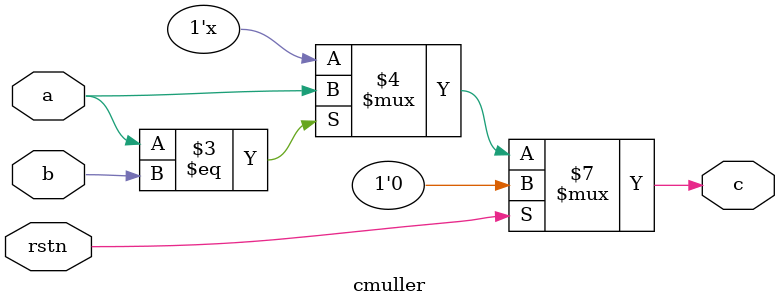
<source format=v>

`timescale 1ns/1ns

module cmuller(/*AUTOARG*/
  // Outputs
  c,
  // Inputs
  a, b, rstn
  );
  input  a;
  input  b;
  input  rstn;
  output c;

  /*AUTOREG*/
  // Beginning of automatic regs (for this module's undeclared outputs)
  reg                   c;
  // End of automatics
  
  always @* begin
    if(rstn == 1'b1) begin
      c <= 0;
    end
    else begin
      if(a == b)
        c <= #1 a;
    end
    
  end
  
endmodule // cmuller


</source>
